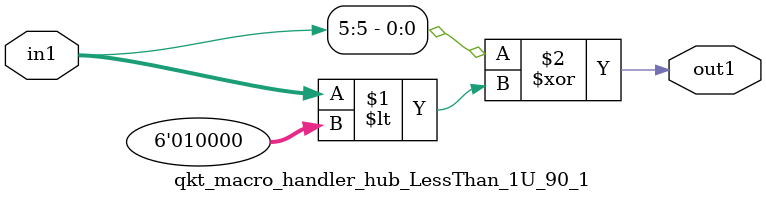
<source format=v>

`timescale 1ps / 1ps


module qkt_macro_handler_hub_LessThan_1U_90_1( in1, out1 );

    input [5:0] in1;
    output out1;

    
    // rtl_process:qkv_macro_handler_hub_LessThan_1U_11_1/qkv_macro_handler_hub_LessThan_1U_11_1_thread_1
    assign out1 = (in1[5] ^ in1 < 6'd16);

endmodule





</source>
